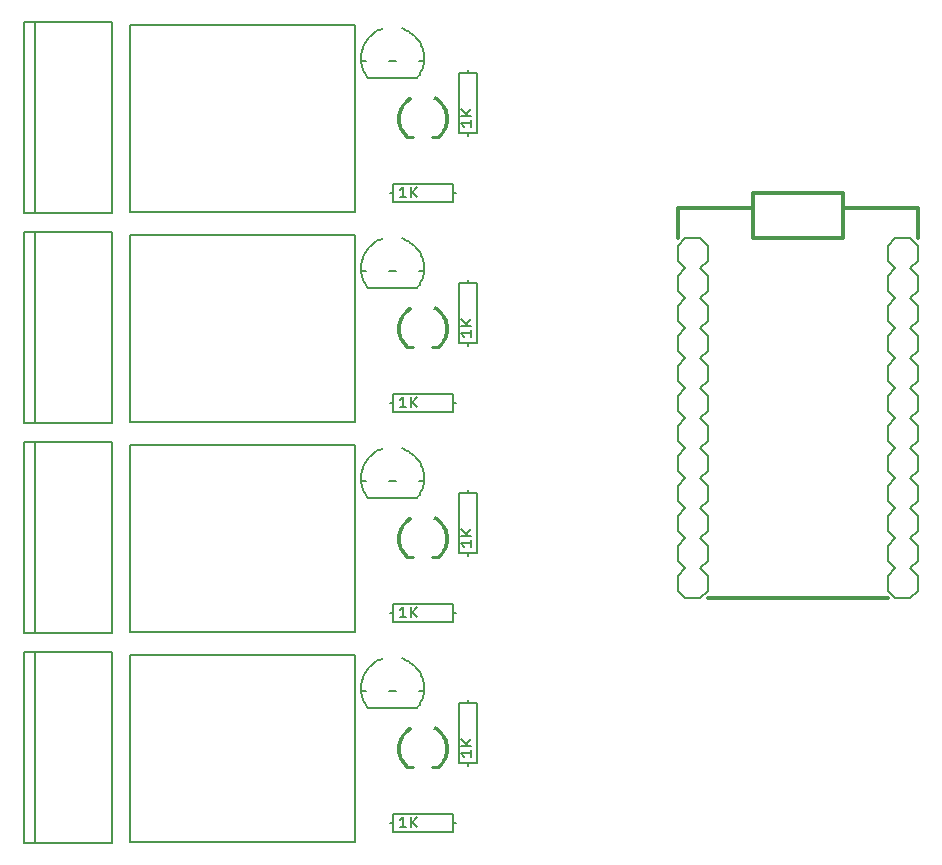
<source format=gto>
G75*
G70*
%OFA0B0*%
%FSLAX24Y24*%
%IPPOS*%
%LPD*%
%AMOC8*
5,1,8,0,0,1.08239X$1,22.5*
%
%ADD10C,0.0080*%
%ADD11C,0.0120*%
%ADD12C,0.0050*%
%ADD13C,0.0010*%
%ADD14C,0.0100*%
%ADD15C,0.0060*%
D10*
X000801Y001103D02*
X000801Y007480D01*
X001194Y007480D01*
X001194Y001103D01*
X000801Y001103D01*
X001194Y001103D02*
X003754Y001103D01*
X003754Y007480D01*
X001194Y007480D01*
X001194Y008103D02*
X000801Y008103D01*
X000801Y014480D01*
X001194Y014480D01*
X001194Y008103D01*
X003754Y008103D01*
X003754Y014480D01*
X001194Y014480D01*
X001194Y015103D02*
X000801Y015103D01*
X000801Y021480D01*
X001194Y021480D01*
X001194Y015103D01*
X003754Y015103D01*
X003754Y021480D01*
X001194Y021480D01*
X001194Y022103D02*
X000801Y022103D01*
X000801Y028480D01*
X001194Y028480D01*
X001194Y022103D01*
X003754Y022103D01*
X003754Y028480D01*
X001194Y028480D01*
X013000Y022760D02*
X013100Y022760D01*
X013100Y023060D01*
X015100Y023060D01*
X015100Y022760D01*
X015200Y022760D01*
X015100Y022760D02*
X015100Y022460D01*
X013100Y022460D01*
X013100Y022760D01*
X015300Y024760D02*
X015600Y024760D01*
X015600Y024660D01*
X015600Y024760D02*
X015900Y024760D01*
X015900Y026760D01*
X015600Y026760D01*
X015600Y026860D01*
X015600Y026760D02*
X015300Y026760D01*
X015300Y024760D01*
X015600Y019860D02*
X015600Y019760D01*
X015900Y019760D01*
X015900Y017760D01*
X015600Y017760D01*
X015600Y017660D01*
X015600Y017760D02*
X015300Y017760D01*
X015300Y019760D01*
X015600Y019760D01*
X015100Y016060D02*
X013100Y016060D01*
X013100Y015760D01*
X013000Y015760D01*
X013100Y015760D02*
X013100Y015460D01*
X015100Y015460D01*
X015100Y015760D01*
X015200Y015760D01*
X015100Y015760D02*
X015100Y016060D01*
X015600Y012860D02*
X015600Y012760D01*
X015900Y012760D01*
X015900Y010760D01*
X015600Y010760D01*
X015600Y010660D01*
X015600Y010760D02*
X015300Y010760D01*
X015300Y012760D01*
X015600Y012760D01*
X015100Y009060D02*
X013100Y009060D01*
X013100Y008760D01*
X013000Y008760D01*
X013100Y008760D02*
X013100Y008460D01*
X015100Y008460D01*
X015100Y008760D01*
X015200Y008760D01*
X015100Y008760D02*
X015100Y009060D01*
X015600Y005860D02*
X015600Y005760D01*
X015900Y005760D01*
X015900Y003760D01*
X015600Y003760D01*
X015600Y003660D01*
X015600Y003760D02*
X015300Y003760D01*
X015300Y005760D01*
X015600Y005760D01*
X015100Y002060D02*
X013100Y002060D01*
X013100Y001760D01*
X013000Y001760D01*
X013100Y001760D02*
X013100Y001460D01*
X015100Y001460D01*
X015100Y001760D01*
X015200Y001760D01*
X015100Y001760D02*
X015100Y002060D01*
X022600Y009510D02*
X022850Y009260D01*
X023350Y009260D01*
X023600Y009510D01*
X023600Y010010D01*
X023350Y010260D01*
X023600Y010510D01*
X023600Y011010D01*
X023350Y011260D01*
X023600Y011510D01*
X023600Y012010D01*
X023350Y012260D01*
X023600Y012510D01*
X023600Y013010D01*
X023350Y013260D01*
X023600Y013510D01*
X023600Y014010D01*
X023350Y014260D01*
X023600Y014510D01*
X023600Y015010D01*
X023350Y015260D01*
X023600Y015510D01*
X023600Y016010D01*
X023350Y016260D01*
X023600Y016510D01*
X023600Y017010D01*
X023350Y017260D01*
X023600Y017510D01*
X023600Y018010D01*
X023350Y018260D01*
X023600Y018510D01*
X023600Y019010D01*
X023350Y019260D01*
X023600Y019510D01*
X023600Y020010D01*
X023350Y020260D01*
X023600Y020510D01*
X023600Y021010D01*
X023350Y021260D01*
X022850Y021260D01*
X022600Y021010D01*
X022600Y020510D01*
X022850Y020260D01*
X022600Y020010D01*
X022600Y019510D01*
X022850Y019260D01*
X022600Y019010D01*
X022600Y018510D01*
X022850Y018260D01*
X022600Y018010D01*
X022600Y017510D01*
X022850Y017260D01*
X022600Y017010D01*
X022600Y016510D01*
X022850Y016260D01*
X022600Y016010D01*
X022600Y015510D01*
X022850Y015260D01*
X022600Y015010D01*
X022600Y014510D01*
X022850Y014260D01*
X022600Y014010D01*
X022600Y013510D01*
X022850Y013260D01*
X022600Y013010D01*
X022600Y012510D01*
X022850Y012260D01*
X022600Y012010D01*
X022600Y011510D01*
X022850Y011260D01*
X022600Y011010D01*
X022600Y010510D01*
X022850Y010260D01*
X022600Y010010D01*
X022600Y009510D01*
X029600Y009510D02*
X029850Y009260D01*
X030350Y009260D01*
X030600Y009510D01*
X030600Y010010D01*
X030350Y010260D01*
X030600Y010510D01*
X030600Y011010D01*
X030350Y011260D01*
X030600Y011510D01*
X030600Y012010D01*
X030350Y012260D01*
X030600Y012510D01*
X030600Y013010D01*
X030350Y013260D01*
X030600Y013510D01*
X030600Y014010D01*
X030350Y014260D01*
X030600Y014510D01*
X030600Y015010D01*
X030350Y015260D01*
X030600Y015510D01*
X030600Y016010D01*
X030350Y016260D01*
X030600Y016510D01*
X030600Y017010D01*
X030350Y017260D01*
X030600Y017510D01*
X030600Y018010D01*
X030350Y018260D01*
X030600Y018510D01*
X030600Y019010D01*
X030350Y019260D01*
X030600Y019510D01*
X030600Y020010D01*
X030350Y020260D01*
X030600Y020510D01*
X030600Y021010D01*
X030350Y021260D01*
X029850Y021260D01*
X029600Y021010D01*
X029600Y020510D01*
X029850Y020260D01*
X029600Y020010D01*
X029600Y019510D01*
X029850Y019260D01*
X029600Y019010D01*
X029600Y018510D01*
X029850Y018260D01*
X029600Y018010D01*
X029600Y017510D01*
X029850Y017260D01*
X029600Y017010D01*
X029600Y016510D01*
X029850Y016260D01*
X029600Y016010D01*
X029600Y015510D01*
X029850Y015260D01*
X029600Y015010D01*
X029600Y014510D01*
X029850Y014260D01*
X029600Y014010D01*
X029600Y013510D01*
X029850Y013260D01*
X029600Y013010D01*
X029600Y012510D01*
X029850Y012260D01*
X029600Y012010D01*
X029600Y011510D01*
X029850Y011260D01*
X029600Y011010D01*
X029600Y010510D01*
X029850Y010260D01*
X029600Y010010D01*
X029600Y009510D01*
D11*
X029600Y009260D02*
X023600Y009260D01*
X022600Y021260D02*
X022600Y022260D01*
X025100Y022260D01*
X025100Y021260D01*
X028100Y021260D01*
X028100Y022260D01*
X030600Y022260D01*
X030600Y021260D01*
X028100Y022260D02*
X028100Y022760D01*
X025100Y022760D01*
X025100Y022260D01*
D12*
X014145Y020160D02*
X013987Y020160D01*
X013925Y019610D02*
X012275Y019610D01*
X012213Y020160D02*
X012055Y020160D01*
X012987Y020160D02*
X013213Y020160D01*
X012275Y019610D02*
X012240Y019658D01*
X012207Y019708D01*
X012176Y019760D01*
X012149Y019814D01*
X012125Y019869D01*
X012105Y019926D01*
X012087Y019983D01*
X012073Y020041D01*
X012062Y020100D01*
X012055Y020160D01*
X012051Y020222D01*
X012050Y020285D01*
X012054Y020347D01*
X012061Y020409D01*
X012071Y020470D01*
X012086Y020531D01*
X012104Y020591D01*
X012125Y020650D01*
X012150Y020707D01*
X012178Y020762D01*
X012209Y020816D01*
X012244Y020868D01*
X012282Y020918D01*
X012322Y020965D01*
X012366Y021010D01*
X012411Y021053D01*
X012460Y021092D01*
X012510Y021129D01*
X012563Y021162D01*
X012617Y021193D01*
X012674Y021220D01*
X012731Y021243D01*
X012790Y021263D01*
X011860Y021370D02*
X004340Y021370D01*
X004340Y015150D01*
X011860Y015150D01*
X011860Y021370D01*
X011860Y022150D02*
X011860Y028370D01*
X004340Y028370D01*
X004340Y022150D01*
X011860Y022150D01*
X013410Y021263D02*
X013470Y021243D01*
X013529Y021219D01*
X013586Y021191D01*
X013641Y021160D01*
X013695Y021125D01*
X013746Y021088D01*
X013795Y021047D01*
X013841Y021003D01*
X013885Y020957D01*
X013926Y020908D01*
X013964Y020857D01*
X013998Y020804D01*
X014030Y020748D01*
X014057Y020691D01*
X014082Y020632D01*
X014102Y020572D01*
X014120Y020511D01*
X014133Y020449D01*
X014142Y020386D01*
X014148Y020323D01*
X014150Y020259D01*
X014148Y020195D01*
X014142Y020132D01*
X014133Y020069D01*
X014119Y020007D01*
X014102Y019946D01*
X014081Y019886D01*
X014057Y019827D01*
X014029Y019770D01*
X013997Y019714D01*
X013962Y019661D01*
X013925Y019610D01*
X011860Y014370D02*
X004340Y014370D01*
X004340Y008150D01*
X011860Y008150D01*
X011860Y014370D01*
X012055Y013160D02*
X012213Y013160D01*
X012275Y012610D02*
X013925Y012610D01*
X013987Y013160D02*
X014145Y013160D01*
X013213Y013160D02*
X012987Y013160D01*
X012275Y012610D02*
X012240Y012658D01*
X012207Y012708D01*
X012176Y012760D01*
X012149Y012814D01*
X012125Y012869D01*
X012105Y012926D01*
X012087Y012983D01*
X012073Y013041D01*
X012062Y013100D01*
X012055Y013160D01*
X012051Y013222D01*
X012050Y013285D01*
X012054Y013347D01*
X012061Y013409D01*
X012071Y013470D01*
X012086Y013531D01*
X012104Y013591D01*
X012125Y013650D01*
X012150Y013707D01*
X012178Y013762D01*
X012209Y013816D01*
X012244Y013868D01*
X012282Y013918D01*
X012322Y013965D01*
X012366Y014010D01*
X012411Y014053D01*
X012460Y014092D01*
X012510Y014129D01*
X012563Y014162D01*
X012617Y014193D01*
X012674Y014220D01*
X012731Y014243D01*
X012790Y014263D01*
X013410Y014263D02*
X013470Y014243D01*
X013529Y014219D01*
X013586Y014191D01*
X013641Y014160D01*
X013695Y014125D01*
X013746Y014088D01*
X013795Y014047D01*
X013841Y014003D01*
X013885Y013957D01*
X013926Y013908D01*
X013964Y013857D01*
X013998Y013804D01*
X014030Y013748D01*
X014057Y013691D01*
X014082Y013632D01*
X014102Y013572D01*
X014120Y013511D01*
X014133Y013449D01*
X014142Y013386D01*
X014148Y013323D01*
X014150Y013259D01*
X014148Y013195D01*
X014142Y013132D01*
X014133Y013069D01*
X014119Y013007D01*
X014102Y012946D01*
X014081Y012886D01*
X014057Y012827D01*
X014029Y012770D01*
X013997Y012714D01*
X013962Y012661D01*
X013925Y012610D01*
X011860Y007370D02*
X004340Y007370D01*
X004340Y001150D01*
X011860Y001150D01*
X011860Y007370D01*
X012055Y006160D02*
X012213Y006160D01*
X012275Y005610D02*
X013925Y005610D01*
X013987Y006160D02*
X014145Y006160D01*
X013213Y006160D02*
X012987Y006160D01*
X012275Y005610D02*
X012240Y005658D01*
X012207Y005708D01*
X012176Y005760D01*
X012149Y005814D01*
X012125Y005869D01*
X012105Y005926D01*
X012087Y005983D01*
X012073Y006041D01*
X012062Y006100D01*
X012055Y006160D01*
X012051Y006222D01*
X012050Y006285D01*
X012054Y006347D01*
X012061Y006409D01*
X012071Y006470D01*
X012086Y006531D01*
X012104Y006591D01*
X012125Y006650D01*
X012150Y006707D01*
X012178Y006762D01*
X012209Y006816D01*
X012244Y006868D01*
X012282Y006918D01*
X012322Y006965D01*
X012366Y007010D01*
X012411Y007053D01*
X012460Y007092D01*
X012510Y007129D01*
X012563Y007162D01*
X012617Y007193D01*
X012674Y007220D01*
X012731Y007243D01*
X012790Y007263D01*
X013410Y007263D02*
X013470Y007243D01*
X013529Y007219D01*
X013586Y007191D01*
X013641Y007160D01*
X013695Y007125D01*
X013746Y007088D01*
X013795Y007047D01*
X013841Y007003D01*
X013885Y006957D01*
X013926Y006908D01*
X013964Y006857D01*
X013998Y006804D01*
X014030Y006748D01*
X014057Y006691D01*
X014082Y006632D01*
X014102Y006572D01*
X014120Y006511D01*
X014133Y006449D01*
X014142Y006386D01*
X014148Y006323D01*
X014150Y006259D01*
X014148Y006195D01*
X014142Y006132D01*
X014133Y006069D01*
X014119Y006007D01*
X014102Y005946D01*
X014081Y005886D01*
X014057Y005827D01*
X014029Y005770D01*
X013997Y005714D01*
X013962Y005661D01*
X013925Y005610D01*
X013925Y026610D02*
X012275Y026610D01*
X012213Y027160D02*
X012055Y027160D01*
X012987Y027160D02*
X013213Y027160D01*
X012275Y026610D02*
X012240Y026658D01*
X012207Y026708D01*
X012176Y026760D01*
X012149Y026814D01*
X012125Y026869D01*
X012105Y026926D01*
X012087Y026983D01*
X012073Y027041D01*
X012062Y027100D01*
X012055Y027160D01*
X012051Y027222D01*
X012050Y027285D01*
X012054Y027347D01*
X012061Y027409D01*
X012071Y027470D01*
X012086Y027531D01*
X012104Y027591D01*
X012125Y027650D01*
X012150Y027707D01*
X012178Y027762D01*
X012209Y027816D01*
X012244Y027868D01*
X012282Y027918D01*
X012322Y027965D01*
X012366Y028010D01*
X012411Y028053D01*
X012460Y028092D01*
X012510Y028129D01*
X012563Y028162D01*
X012617Y028193D01*
X012674Y028220D01*
X012731Y028243D01*
X012790Y028263D01*
X013410Y028263D02*
X013470Y028243D01*
X013529Y028219D01*
X013586Y028191D01*
X013641Y028160D01*
X013695Y028125D01*
X013746Y028088D01*
X013795Y028047D01*
X013841Y028003D01*
X013885Y027957D01*
X013926Y027908D01*
X013964Y027857D01*
X013998Y027804D01*
X014030Y027748D01*
X014057Y027691D01*
X014082Y027632D01*
X014102Y027572D01*
X014120Y027511D01*
X014133Y027449D01*
X014142Y027386D01*
X014148Y027323D01*
X014150Y027259D01*
X014148Y027195D01*
X014142Y027132D01*
X014133Y027069D01*
X014119Y027007D01*
X014102Y026946D01*
X014081Y026886D01*
X014057Y026827D01*
X014029Y026770D01*
X013997Y026714D01*
X013962Y026661D01*
X013925Y026610D01*
X013987Y027160D02*
X014145Y027160D01*
D13*
X013677Y025991D02*
X013722Y025913D01*
X013721Y025913D02*
X013677Y025885D01*
X013635Y025854D01*
X013595Y025821D01*
X013557Y025785D01*
X013522Y025746D01*
X013490Y025705D01*
X013460Y025661D01*
X013434Y025616D01*
X013411Y025569D01*
X013391Y025521D01*
X013375Y025471D01*
X013362Y025421D01*
X013353Y025369D01*
X013347Y025317D01*
X013345Y025265D01*
X013256Y025264D01*
X013255Y025265D01*
X013257Y025320D01*
X013263Y025374D01*
X013272Y025429D01*
X013285Y025482D01*
X013301Y025534D01*
X013320Y025586D01*
X013343Y025636D01*
X013369Y025684D01*
X013398Y025731D01*
X013430Y025775D01*
X013465Y025818D01*
X013503Y025858D01*
X013543Y025895D01*
X013585Y025930D01*
X013630Y025962D01*
X013676Y025991D01*
X013681Y025983D01*
X013635Y025955D01*
X013591Y025923D01*
X013549Y025888D01*
X013509Y025851D01*
X013472Y025812D01*
X013437Y025770D01*
X013406Y025726D01*
X013377Y025680D01*
X013351Y025632D01*
X013329Y025582D01*
X013309Y025532D01*
X013293Y025480D01*
X013281Y025427D01*
X013272Y025373D01*
X013266Y025319D01*
X013264Y025265D01*
X013273Y025265D01*
X013275Y025319D01*
X013281Y025372D01*
X013290Y025425D01*
X013302Y025477D01*
X013318Y025529D01*
X013337Y025579D01*
X013359Y025628D01*
X013385Y025675D01*
X013413Y025721D01*
X013445Y025764D01*
X013479Y025806D01*
X013515Y025845D01*
X013555Y025882D01*
X013596Y025916D01*
X013640Y025947D01*
X013685Y025976D01*
X013690Y025968D01*
X013642Y025938D01*
X013596Y025904D01*
X013553Y025868D01*
X013512Y025828D01*
X013474Y025786D01*
X013439Y025742D01*
X013407Y025695D01*
X013379Y025646D01*
X013354Y025595D01*
X013332Y025542D01*
X013315Y025489D01*
X013301Y025434D01*
X013291Y025378D01*
X013284Y025322D01*
X013282Y025265D01*
X013291Y025265D01*
X013293Y025321D01*
X013299Y025377D01*
X013309Y025432D01*
X013323Y025486D01*
X013341Y025539D01*
X013362Y025591D01*
X013387Y025642D01*
X013415Y025690D01*
X013446Y025736D01*
X013481Y025781D01*
X013518Y025822D01*
X013559Y025861D01*
X013601Y025897D01*
X013647Y025930D01*
X013694Y025960D01*
X013699Y025952D01*
X013652Y025923D01*
X013607Y025890D01*
X013565Y025854D01*
X013525Y025816D01*
X013488Y025775D01*
X013453Y025731D01*
X013422Y025685D01*
X013395Y025637D01*
X013370Y025588D01*
X013349Y025536D01*
X013332Y025484D01*
X013318Y025430D01*
X013308Y025375D01*
X013302Y025320D01*
X013300Y025265D01*
X013309Y025265D01*
X013311Y025320D01*
X013317Y025374D01*
X013327Y025428D01*
X013341Y025481D01*
X013358Y025533D01*
X013378Y025584D01*
X013403Y025633D01*
X013430Y025680D01*
X013461Y025726D01*
X013494Y025769D01*
X013531Y025810D01*
X013571Y025848D01*
X013613Y025883D01*
X013657Y025915D01*
X013703Y025944D01*
X013708Y025936D01*
X013662Y025908D01*
X013618Y025876D01*
X013577Y025841D01*
X013538Y025803D01*
X013501Y025763D01*
X013468Y025721D01*
X013438Y025676D01*
X013410Y025629D01*
X013387Y025580D01*
X013366Y025530D01*
X013349Y025479D01*
X013336Y025426D01*
X013326Y025373D01*
X013320Y025319D01*
X013318Y025265D01*
X013327Y025265D01*
X013329Y025318D01*
X013335Y025372D01*
X013345Y025424D01*
X013358Y025476D01*
X013375Y025527D01*
X013395Y025577D01*
X013418Y025625D01*
X013445Y025671D01*
X013475Y025715D01*
X013508Y025757D01*
X013544Y025797D01*
X013583Y025834D01*
X013624Y025869D01*
X013667Y025900D01*
X013712Y025929D01*
X013717Y025921D01*
X013672Y025893D01*
X013629Y025862D01*
X013589Y025828D01*
X013551Y025791D01*
X013515Y025752D01*
X013483Y025710D01*
X013453Y025666D01*
X013426Y025620D01*
X013403Y025573D01*
X013383Y025524D01*
X013366Y025474D01*
X013353Y025422D01*
X013344Y025370D01*
X013338Y025318D01*
X013336Y025265D01*
X014944Y025265D02*
X014854Y025265D01*
X014855Y025265D02*
X014853Y025319D01*
X014847Y025372D01*
X014837Y025425D01*
X014823Y025477D01*
X014806Y025528D01*
X014785Y025577D01*
X014761Y025625D01*
X014733Y025671D01*
X014702Y025715D01*
X014668Y025757D01*
X014632Y025796D01*
X014592Y025833D01*
X014550Y025866D01*
X014506Y025897D01*
X014460Y025924D01*
X014502Y026003D01*
X014551Y025975D01*
X014597Y025943D01*
X014642Y025908D01*
X014684Y025871D01*
X014724Y025830D01*
X014760Y025787D01*
X014794Y025742D01*
X014825Y025695D01*
X014852Y025645D01*
X014876Y025594D01*
X014897Y025542D01*
X014914Y025488D01*
X014927Y025433D01*
X014937Y025378D01*
X014943Y025321D01*
X014945Y025265D01*
X014936Y025265D01*
X014934Y025321D01*
X014928Y025376D01*
X014918Y025431D01*
X014905Y025486D01*
X014888Y025539D01*
X014868Y025591D01*
X014844Y025641D01*
X014817Y025690D01*
X014787Y025737D01*
X014753Y025782D01*
X014717Y025824D01*
X014678Y025864D01*
X014636Y025901D01*
X014592Y025936D01*
X014546Y025967D01*
X014498Y025995D01*
X014494Y025987D01*
X014541Y025959D01*
X014587Y025928D01*
X014630Y025894D01*
X014672Y025858D01*
X014710Y025818D01*
X014746Y025776D01*
X014779Y025732D01*
X014809Y025686D01*
X014836Y025637D01*
X014859Y025587D01*
X014880Y025536D01*
X014896Y025483D01*
X014909Y025430D01*
X014919Y025375D01*
X014925Y025320D01*
X014927Y025265D01*
X014918Y025265D01*
X014916Y025320D01*
X014910Y025374D01*
X014901Y025428D01*
X014888Y025481D01*
X014871Y025533D01*
X014851Y025584D01*
X014828Y025633D01*
X014801Y025681D01*
X014772Y025727D01*
X014739Y025771D01*
X014704Y025812D01*
X014665Y025851D01*
X014625Y025888D01*
X014582Y025921D01*
X014536Y025952D01*
X014489Y025979D01*
X014485Y025971D01*
X014532Y025944D01*
X014576Y025914D01*
X014619Y025881D01*
X014659Y025845D01*
X014697Y025806D01*
X014732Y025765D01*
X014764Y025722D01*
X014794Y025676D01*
X014820Y025629D01*
X014843Y025580D01*
X014863Y025530D01*
X014879Y025478D01*
X014892Y025426D01*
X014901Y025373D01*
X014907Y025319D01*
X014909Y025265D01*
X014900Y025265D01*
X014898Y025318D01*
X014892Y025371D01*
X014883Y025424D01*
X014870Y025476D01*
X014854Y025527D01*
X014835Y025577D01*
X014812Y025625D01*
X014786Y025672D01*
X014757Y025716D01*
X014725Y025759D01*
X014690Y025800D01*
X014653Y025838D01*
X014613Y025874D01*
X014571Y025907D01*
X014527Y025937D01*
X014481Y025964D01*
X014477Y025956D01*
X014522Y025929D01*
X014566Y025899D01*
X014607Y025867D01*
X014647Y025832D01*
X014684Y025794D01*
X014718Y025754D01*
X014750Y025711D01*
X014778Y025667D01*
X014804Y025621D01*
X014826Y025573D01*
X014846Y025524D01*
X014862Y025474D01*
X014874Y025422D01*
X014883Y025370D01*
X014889Y025318D01*
X014891Y025265D01*
X014882Y025265D01*
X014880Y025321D01*
X014873Y025376D01*
X014863Y025431D01*
X014849Y025485D01*
X014831Y025537D01*
X014810Y025589D01*
X014784Y025638D01*
X014756Y025686D01*
X014724Y025732D01*
X014689Y025775D01*
X014651Y025815D01*
X014610Y025853D01*
X014566Y025888D01*
X014520Y025919D01*
X014472Y025948D01*
X014468Y025940D01*
X014516Y025912D01*
X014561Y025881D01*
X014604Y025846D01*
X014644Y025809D01*
X014682Y025769D01*
X014717Y025726D01*
X014748Y025681D01*
X014777Y025634D01*
X014801Y025585D01*
X014823Y025534D01*
X014840Y025482D01*
X014854Y025429D01*
X014864Y025375D01*
X014871Y025320D01*
X014873Y025265D01*
X014864Y025265D01*
X014862Y025319D01*
X014856Y025373D01*
X014846Y025427D01*
X014832Y025479D01*
X014814Y025531D01*
X014793Y025581D01*
X014769Y025630D01*
X014741Y025676D01*
X014709Y025721D01*
X014675Y025763D01*
X014638Y025802D01*
X014598Y025839D01*
X014556Y025873D01*
X014511Y025904D01*
X014464Y025932D01*
X014644Y024615D02*
X014587Y024684D01*
X014587Y024683D02*
X014627Y024720D01*
X014665Y024759D01*
X014699Y024801D01*
X014731Y024845D01*
X014759Y024891D01*
X014784Y024940D01*
X014805Y024990D01*
X014823Y025041D01*
X014836Y025094D01*
X014846Y025147D01*
X014853Y025201D01*
X014855Y025255D01*
X014944Y025256D01*
X014945Y025255D01*
X014943Y025199D01*
X014937Y025143D01*
X014927Y025088D01*
X014914Y025033D01*
X014897Y024980D01*
X014877Y024927D01*
X014853Y024876D01*
X014826Y024827D01*
X014795Y024780D01*
X014762Y024735D01*
X014726Y024692D01*
X014687Y024652D01*
X014645Y024614D01*
X014639Y024621D01*
X014680Y024658D01*
X014719Y024698D01*
X014755Y024740D01*
X014788Y024785D01*
X014818Y024832D01*
X014845Y024880D01*
X014868Y024931D01*
X014889Y024983D01*
X014905Y025036D01*
X014918Y025090D01*
X014928Y025144D01*
X014934Y025199D01*
X014936Y025255D01*
X014927Y025255D01*
X014925Y025200D01*
X014919Y025145D01*
X014910Y025091D01*
X014897Y025038D01*
X014880Y024986D01*
X014860Y024934D01*
X014837Y024885D01*
X014810Y024836D01*
X014781Y024790D01*
X014748Y024746D01*
X014712Y024704D01*
X014674Y024665D01*
X014633Y024628D01*
X014628Y024635D01*
X014668Y024671D01*
X014706Y024710D01*
X014741Y024752D01*
X014773Y024795D01*
X014803Y024841D01*
X014829Y024889D01*
X014852Y024938D01*
X014872Y024988D01*
X014888Y025040D01*
X014901Y025093D01*
X014910Y025147D01*
X014916Y025201D01*
X014918Y025255D01*
X014909Y025255D01*
X014907Y025201D01*
X014901Y025148D01*
X014892Y025095D01*
X014879Y025043D01*
X014863Y024991D01*
X014844Y024941D01*
X014821Y024893D01*
X014795Y024846D01*
X014766Y024800D01*
X014734Y024757D01*
X014699Y024716D01*
X014662Y024678D01*
X014622Y024642D01*
X014616Y024649D01*
X014655Y024684D01*
X014692Y024722D01*
X014727Y024763D01*
X014758Y024806D01*
X014787Y024850D01*
X014813Y024897D01*
X014835Y024945D01*
X014855Y024994D01*
X014871Y025045D01*
X014883Y025097D01*
X014892Y025149D01*
X014898Y025202D01*
X014900Y025255D01*
X014891Y025255D01*
X014889Y025203D01*
X014883Y025150D01*
X014874Y025099D01*
X014862Y025048D01*
X014846Y024997D01*
X014827Y024948D01*
X014805Y024901D01*
X014779Y024855D01*
X014751Y024811D01*
X014720Y024769D01*
X014686Y024728D01*
X014649Y024691D01*
X014610Y024656D01*
X014604Y024662D01*
X014643Y024697D01*
X014679Y024735D01*
X014713Y024774D01*
X014744Y024816D01*
X014772Y024860D01*
X014797Y024905D01*
X014819Y024952D01*
X014838Y025000D01*
X014853Y025050D01*
X014866Y025100D01*
X014874Y025152D01*
X014880Y025203D01*
X014882Y025255D01*
X014873Y025255D01*
X014871Y025204D01*
X014866Y025153D01*
X014857Y025102D01*
X014845Y025052D01*
X014829Y025003D01*
X014811Y024956D01*
X014789Y024909D01*
X014764Y024864D01*
X014736Y024821D01*
X014706Y024780D01*
X014673Y024741D01*
X014637Y024704D01*
X014599Y024669D01*
X014593Y024676D01*
X014634Y024713D01*
X014672Y024753D01*
X014706Y024795D01*
X014738Y024840D01*
X014767Y024887D01*
X014792Y024936D01*
X014813Y024987D01*
X014831Y025038D01*
X014845Y025092D01*
X014855Y025146D01*
X014862Y025200D01*
X014864Y025255D01*
X013256Y025256D02*
X013346Y025256D01*
X013345Y025255D02*
X013347Y025201D01*
X013353Y025148D01*
X013363Y025095D01*
X013377Y025043D01*
X013394Y024992D01*
X013415Y024942D01*
X013439Y024894D01*
X013467Y024848D01*
X013498Y024804D01*
X013532Y024763D01*
X013569Y024723D01*
X013608Y024687D01*
X013551Y024619D01*
X013550Y024618D01*
X013509Y024656D01*
X013471Y024696D01*
X013435Y024739D01*
X013402Y024784D01*
X013372Y024831D01*
X013346Y024879D01*
X013322Y024930D01*
X013302Y024982D01*
X013286Y025035D01*
X013272Y025089D01*
X013263Y025144D01*
X013257Y025199D01*
X013255Y025255D01*
X013264Y025255D01*
X013266Y025200D01*
X013272Y025145D01*
X013281Y025091D01*
X013294Y025037D01*
X013311Y024985D01*
X013330Y024933D01*
X013354Y024883D01*
X013380Y024835D01*
X013410Y024789D01*
X013442Y024744D01*
X013477Y024702D01*
X013516Y024662D01*
X013556Y024625D01*
X013562Y024632D01*
X013522Y024669D01*
X013484Y024708D01*
X013449Y024750D01*
X013417Y024794D01*
X013388Y024840D01*
X013362Y024888D01*
X013339Y024937D01*
X013319Y024988D01*
X013303Y025040D01*
X013290Y025093D01*
X013281Y025146D01*
X013275Y025201D01*
X013273Y025255D01*
X013282Y025255D01*
X013284Y025201D01*
X013290Y025148D01*
X013299Y025095D01*
X013312Y025042D01*
X013328Y024991D01*
X013347Y024940D01*
X013370Y024892D01*
X013395Y024844D01*
X013424Y024799D01*
X013456Y024755D01*
X013491Y024714D01*
X013528Y024675D01*
X013568Y024639D01*
X013574Y024646D01*
X013534Y024682D01*
X013497Y024720D01*
X013463Y024761D01*
X013432Y024804D01*
X013403Y024849D01*
X013378Y024896D01*
X013355Y024944D01*
X013336Y024994D01*
X013320Y025045D01*
X013308Y025096D01*
X013299Y025149D01*
X013293Y025202D01*
X013291Y025255D01*
X013300Y025255D01*
X013302Y025202D01*
X013308Y025150D01*
X013317Y025098D01*
X013329Y025047D01*
X013345Y024997D01*
X013364Y024947D01*
X013386Y024900D01*
X013411Y024853D01*
X013439Y024809D01*
X013470Y024767D01*
X013504Y024726D01*
X013541Y024688D01*
X013579Y024653D01*
X013585Y024659D01*
X013547Y024695D01*
X013511Y024732D01*
X013477Y024772D01*
X013447Y024814D01*
X013419Y024858D01*
X013394Y024904D01*
X013372Y024951D01*
X013353Y025000D01*
X013338Y025049D01*
X013325Y025100D01*
X013317Y025151D01*
X013311Y025203D01*
X013309Y025255D01*
X013318Y025255D01*
X013320Y025199D01*
X013327Y025144D01*
X013337Y025089D01*
X013351Y025035D01*
X013369Y024982D01*
X013391Y024931D01*
X013416Y024881D01*
X013445Y024833D01*
X013477Y024788D01*
X013512Y024745D01*
X013550Y024704D01*
X013591Y024666D01*
X013597Y024673D01*
X013556Y024710D01*
X013519Y024751D01*
X013484Y024793D01*
X013452Y024838D01*
X013424Y024886D01*
X013399Y024935D01*
X013377Y024986D01*
X013360Y025038D01*
X013346Y025091D01*
X013336Y025145D01*
X013329Y025200D01*
X013327Y025255D01*
X013336Y025255D01*
X013338Y025201D01*
X013344Y025147D01*
X013354Y025093D01*
X013368Y025040D01*
X013386Y024989D01*
X013407Y024939D01*
X013432Y024890D01*
X013460Y024843D01*
X013491Y024799D01*
X013525Y024757D01*
X013563Y024717D01*
X013603Y024680D01*
X013677Y018991D02*
X013722Y018913D01*
X013721Y018913D02*
X013677Y018885D01*
X013635Y018854D01*
X013595Y018821D01*
X013557Y018785D01*
X013522Y018746D01*
X013490Y018705D01*
X013460Y018661D01*
X013434Y018616D01*
X013411Y018569D01*
X013391Y018521D01*
X013375Y018471D01*
X013362Y018421D01*
X013353Y018369D01*
X013347Y018317D01*
X013345Y018265D01*
X013256Y018264D01*
X013255Y018265D01*
X013257Y018320D01*
X013263Y018374D01*
X013272Y018429D01*
X013285Y018482D01*
X013301Y018534D01*
X013320Y018586D01*
X013343Y018636D01*
X013369Y018684D01*
X013398Y018731D01*
X013430Y018775D01*
X013465Y018818D01*
X013503Y018858D01*
X013543Y018895D01*
X013585Y018930D01*
X013630Y018962D01*
X013676Y018991D01*
X013681Y018983D01*
X013635Y018955D01*
X013591Y018923D01*
X013549Y018888D01*
X013509Y018851D01*
X013472Y018812D01*
X013437Y018770D01*
X013406Y018726D01*
X013377Y018680D01*
X013351Y018632D01*
X013329Y018582D01*
X013309Y018532D01*
X013293Y018480D01*
X013281Y018427D01*
X013272Y018373D01*
X013266Y018319D01*
X013264Y018265D01*
X013273Y018265D01*
X013275Y018319D01*
X013281Y018372D01*
X013290Y018425D01*
X013302Y018477D01*
X013318Y018529D01*
X013337Y018579D01*
X013359Y018628D01*
X013385Y018675D01*
X013413Y018721D01*
X013445Y018764D01*
X013479Y018806D01*
X013515Y018845D01*
X013555Y018882D01*
X013596Y018916D01*
X013640Y018947D01*
X013685Y018976D01*
X013690Y018968D01*
X013642Y018938D01*
X013596Y018904D01*
X013553Y018868D01*
X013512Y018828D01*
X013474Y018786D01*
X013439Y018742D01*
X013407Y018695D01*
X013379Y018646D01*
X013354Y018595D01*
X013332Y018542D01*
X013315Y018489D01*
X013301Y018434D01*
X013291Y018378D01*
X013284Y018322D01*
X013282Y018265D01*
X013291Y018265D01*
X013293Y018321D01*
X013299Y018377D01*
X013309Y018432D01*
X013323Y018486D01*
X013341Y018539D01*
X013362Y018591D01*
X013387Y018642D01*
X013415Y018690D01*
X013446Y018736D01*
X013481Y018781D01*
X013518Y018822D01*
X013559Y018861D01*
X013601Y018897D01*
X013647Y018930D01*
X013694Y018960D01*
X013699Y018952D01*
X013652Y018923D01*
X013607Y018890D01*
X013565Y018854D01*
X013525Y018816D01*
X013488Y018775D01*
X013453Y018731D01*
X013422Y018685D01*
X013395Y018637D01*
X013370Y018588D01*
X013349Y018536D01*
X013332Y018484D01*
X013318Y018430D01*
X013308Y018375D01*
X013302Y018320D01*
X013300Y018265D01*
X013309Y018265D01*
X013311Y018320D01*
X013317Y018374D01*
X013327Y018428D01*
X013341Y018481D01*
X013358Y018533D01*
X013378Y018584D01*
X013403Y018633D01*
X013430Y018680D01*
X013461Y018726D01*
X013494Y018769D01*
X013531Y018810D01*
X013571Y018848D01*
X013613Y018883D01*
X013657Y018915D01*
X013703Y018944D01*
X013708Y018936D01*
X013662Y018908D01*
X013618Y018876D01*
X013577Y018841D01*
X013538Y018803D01*
X013501Y018763D01*
X013468Y018721D01*
X013438Y018676D01*
X013410Y018629D01*
X013387Y018580D01*
X013366Y018530D01*
X013349Y018479D01*
X013336Y018426D01*
X013326Y018373D01*
X013320Y018319D01*
X013318Y018265D01*
X013327Y018265D01*
X013329Y018318D01*
X013335Y018372D01*
X013345Y018424D01*
X013358Y018476D01*
X013375Y018527D01*
X013395Y018577D01*
X013418Y018625D01*
X013445Y018671D01*
X013475Y018715D01*
X013508Y018757D01*
X013544Y018797D01*
X013583Y018834D01*
X013624Y018869D01*
X013667Y018900D01*
X013712Y018929D01*
X013717Y018921D01*
X013672Y018893D01*
X013629Y018862D01*
X013589Y018828D01*
X013551Y018791D01*
X013515Y018752D01*
X013483Y018710D01*
X013453Y018666D01*
X013426Y018620D01*
X013403Y018573D01*
X013383Y018524D01*
X013366Y018474D01*
X013353Y018422D01*
X013344Y018370D01*
X013338Y018318D01*
X013336Y018265D01*
X014944Y018265D02*
X014854Y018265D01*
X014855Y018265D02*
X014853Y018319D01*
X014847Y018372D01*
X014837Y018425D01*
X014823Y018477D01*
X014806Y018528D01*
X014785Y018577D01*
X014761Y018625D01*
X014733Y018671D01*
X014702Y018715D01*
X014668Y018757D01*
X014632Y018796D01*
X014592Y018833D01*
X014550Y018866D01*
X014506Y018897D01*
X014460Y018924D01*
X014502Y019003D01*
X014551Y018975D01*
X014597Y018943D01*
X014642Y018908D01*
X014684Y018871D01*
X014724Y018830D01*
X014760Y018787D01*
X014794Y018742D01*
X014825Y018695D01*
X014852Y018645D01*
X014876Y018594D01*
X014897Y018542D01*
X014914Y018488D01*
X014927Y018433D01*
X014937Y018378D01*
X014943Y018321D01*
X014945Y018265D01*
X014936Y018265D01*
X014934Y018321D01*
X014928Y018376D01*
X014918Y018431D01*
X014905Y018486D01*
X014888Y018539D01*
X014868Y018591D01*
X014844Y018641D01*
X014817Y018690D01*
X014787Y018737D01*
X014753Y018782D01*
X014717Y018824D01*
X014678Y018864D01*
X014636Y018901D01*
X014592Y018936D01*
X014546Y018967D01*
X014498Y018995D01*
X014494Y018987D01*
X014541Y018959D01*
X014587Y018928D01*
X014630Y018894D01*
X014672Y018858D01*
X014710Y018818D01*
X014746Y018776D01*
X014779Y018732D01*
X014809Y018686D01*
X014836Y018637D01*
X014859Y018587D01*
X014880Y018536D01*
X014896Y018483D01*
X014909Y018430D01*
X014919Y018375D01*
X014925Y018320D01*
X014927Y018265D01*
X014918Y018265D01*
X014916Y018320D01*
X014910Y018374D01*
X014901Y018428D01*
X014888Y018481D01*
X014871Y018533D01*
X014851Y018584D01*
X014828Y018633D01*
X014801Y018681D01*
X014772Y018727D01*
X014739Y018771D01*
X014704Y018812D01*
X014665Y018851D01*
X014625Y018888D01*
X014582Y018921D01*
X014536Y018952D01*
X014489Y018979D01*
X014485Y018971D01*
X014532Y018944D01*
X014576Y018914D01*
X014619Y018881D01*
X014659Y018845D01*
X014697Y018806D01*
X014732Y018765D01*
X014764Y018722D01*
X014794Y018676D01*
X014820Y018629D01*
X014843Y018580D01*
X014863Y018530D01*
X014879Y018478D01*
X014892Y018426D01*
X014901Y018373D01*
X014907Y018319D01*
X014909Y018265D01*
X014900Y018265D01*
X014898Y018318D01*
X014892Y018371D01*
X014883Y018424D01*
X014870Y018476D01*
X014854Y018527D01*
X014835Y018577D01*
X014812Y018625D01*
X014786Y018672D01*
X014757Y018716D01*
X014725Y018759D01*
X014690Y018800D01*
X014653Y018838D01*
X014613Y018874D01*
X014571Y018907D01*
X014527Y018937D01*
X014481Y018964D01*
X014477Y018956D01*
X014522Y018929D01*
X014566Y018899D01*
X014607Y018867D01*
X014647Y018832D01*
X014684Y018794D01*
X014718Y018754D01*
X014750Y018711D01*
X014778Y018667D01*
X014804Y018621D01*
X014826Y018573D01*
X014846Y018524D01*
X014862Y018474D01*
X014874Y018422D01*
X014883Y018370D01*
X014889Y018318D01*
X014891Y018265D01*
X014882Y018265D01*
X014880Y018321D01*
X014873Y018376D01*
X014863Y018431D01*
X014849Y018485D01*
X014831Y018537D01*
X014810Y018589D01*
X014784Y018638D01*
X014756Y018686D01*
X014724Y018732D01*
X014689Y018775D01*
X014651Y018815D01*
X014610Y018853D01*
X014566Y018888D01*
X014520Y018919D01*
X014472Y018948D01*
X014468Y018940D01*
X014516Y018912D01*
X014561Y018881D01*
X014604Y018846D01*
X014644Y018809D01*
X014682Y018769D01*
X014717Y018726D01*
X014748Y018681D01*
X014777Y018634D01*
X014801Y018585D01*
X014823Y018534D01*
X014840Y018482D01*
X014854Y018429D01*
X014864Y018375D01*
X014871Y018320D01*
X014873Y018265D01*
X014864Y018265D01*
X014862Y018319D01*
X014856Y018373D01*
X014846Y018427D01*
X014832Y018479D01*
X014814Y018531D01*
X014793Y018581D01*
X014769Y018630D01*
X014741Y018676D01*
X014709Y018721D01*
X014675Y018763D01*
X014638Y018802D01*
X014598Y018839D01*
X014556Y018873D01*
X014511Y018904D01*
X014464Y018932D01*
X014644Y017615D02*
X014587Y017684D01*
X014587Y017683D02*
X014627Y017720D01*
X014665Y017759D01*
X014699Y017801D01*
X014731Y017845D01*
X014759Y017891D01*
X014784Y017940D01*
X014805Y017990D01*
X014823Y018041D01*
X014836Y018094D01*
X014846Y018147D01*
X014853Y018201D01*
X014855Y018255D01*
X014944Y018256D01*
X014945Y018255D01*
X014943Y018199D01*
X014937Y018143D01*
X014927Y018088D01*
X014914Y018033D01*
X014897Y017980D01*
X014877Y017927D01*
X014853Y017876D01*
X014826Y017827D01*
X014795Y017780D01*
X014762Y017735D01*
X014726Y017692D01*
X014687Y017652D01*
X014645Y017614D01*
X014639Y017621D01*
X014680Y017658D01*
X014719Y017698D01*
X014755Y017740D01*
X014788Y017785D01*
X014818Y017832D01*
X014845Y017880D01*
X014868Y017931D01*
X014889Y017983D01*
X014905Y018036D01*
X014918Y018090D01*
X014928Y018144D01*
X014934Y018199D01*
X014936Y018255D01*
X014927Y018255D01*
X014925Y018200D01*
X014919Y018145D01*
X014910Y018091D01*
X014897Y018038D01*
X014880Y017986D01*
X014860Y017934D01*
X014837Y017885D01*
X014810Y017836D01*
X014781Y017790D01*
X014748Y017746D01*
X014712Y017704D01*
X014674Y017665D01*
X014633Y017628D01*
X014628Y017635D01*
X014668Y017671D01*
X014706Y017710D01*
X014741Y017752D01*
X014773Y017795D01*
X014803Y017841D01*
X014829Y017889D01*
X014852Y017938D01*
X014872Y017988D01*
X014888Y018040D01*
X014901Y018093D01*
X014910Y018147D01*
X014916Y018201D01*
X014918Y018255D01*
X014909Y018255D01*
X014907Y018201D01*
X014901Y018148D01*
X014892Y018095D01*
X014879Y018043D01*
X014863Y017991D01*
X014844Y017941D01*
X014821Y017893D01*
X014795Y017846D01*
X014766Y017800D01*
X014734Y017757D01*
X014699Y017716D01*
X014662Y017678D01*
X014622Y017642D01*
X014616Y017649D01*
X014655Y017684D01*
X014692Y017722D01*
X014727Y017763D01*
X014758Y017806D01*
X014787Y017850D01*
X014813Y017897D01*
X014835Y017945D01*
X014855Y017994D01*
X014871Y018045D01*
X014883Y018097D01*
X014892Y018149D01*
X014898Y018202D01*
X014900Y018255D01*
X014891Y018255D01*
X014889Y018203D01*
X014883Y018150D01*
X014874Y018099D01*
X014862Y018048D01*
X014846Y017997D01*
X014827Y017948D01*
X014805Y017901D01*
X014779Y017855D01*
X014751Y017811D01*
X014720Y017769D01*
X014686Y017728D01*
X014649Y017691D01*
X014610Y017656D01*
X014604Y017662D01*
X014643Y017697D01*
X014679Y017735D01*
X014713Y017774D01*
X014744Y017816D01*
X014772Y017860D01*
X014797Y017905D01*
X014819Y017952D01*
X014838Y018000D01*
X014853Y018050D01*
X014866Y018100D01*
X014874Y018152D01*
X014880Y018203D01*
X014882Y018255D01*
X014873Y018255D01*
X014871Y018204D01*
X014866Y018153D01*
X014857Y018102D01*
X014845Y018052D01*
X014829Y018003D01*
X014811Y017956D01*
X014789Y017909D01*
X014764Y017864D01*
X014736Y017821D01*
X014706Y017780D01*
X014673Y017741D01*
X014637Y017704D01*
X014599Y017669D01*
X014593Y017676D01*
X014634Y017713D01*
X014672Y017753D01*
X014706Y017795D01*
X014738Y017840D01*
X014767Y017887D01*
X014792Y017936D01*
X014813Y017987D01*
X014831Y018038D01*
X014845Y018092D01*
X014855Y018146D01*
X014862Y018200D01*
X014864Y018255D01*
X013256Y018256D02*
X013346Y018256D01*
X013345Y018255D02*
X013347Y018201D01*
X013353Y018148D01*
X013363Y018095D01*
X013377Y018043D01*
X013394Y017992D01*
X013415Y017942D01*
X013439Y017894D01*
X013467Y017848D01*
X013498Y017804D01*
X013532Y017763D01*
X013569Y017723D01*
X013608Y017687D01*
X013551Y017619D01*
X013550Y017618D01*
X013509Y017656D01*
X013471Y017696D01*
X013435Y017739D01*
X013402Y017784D01*
X013372Y017831D01*
X013346Y017879D01*
X013322Y017930D01*
X013302Y017982D01*
X013286Y018035D01*
X013272Y018089D01*
X013263Y018144D01*
X013257Y018199D01*
X013255Y018255D01*
X013264Y018255D01*
X013266Y018200D01*
X013272Y018145D01*
X013281Y018091D01*
X013294Y018037D01*
X013311Y017985D01*
X013330Y017933D01*
X013354Y017883D01*
X013380Y017835D01*
X013410Y017789D01*
X013442Y017744D01*
X013477Y017702D01*
X013516Y017662D01*
X013556Y017625D01*
X013562Y017632D01*
X013522Y017669D01*
X013484Y017708D01*
X013449Y017750D01*
X013417Y017794D01*
X013388Y017840D01*
X013362Y017888D01*
X013339Y017937D01*
X013319Y017988D01*
X013303Y018040D01*
X013290Y018093D01*
X013281Y018146D01*
X013275Y018201D01*
X013273Y018255D01*
X013282Y018255D01*
X013284Y018201D01*
X013290Y018148D01*
X013299Y018095D01*
X013312Y018042D01*
X013328Y017991D01*
X013347Y017940D01*
X013370Y017892D01*
X013395Y017844D01*
X013424Y017799D01*
X013456Y017755D01*
X013491Y017714D01*
X013528Y017675D01*
X013568Y017639D01*
X013574Y017646D01*
X013534Y017682D01*
X013497Y017720D01*
X013463Y017761D01*
X013432Y017804D01*
X013403Y017849D01*
X013378Y017896D01*
X013355Y017944D01*
X013336Y017994D01*
X013320Y018045D01*
X013308Y018096D01*
X013299Y018149D01*
X013293Y018202D01*
X013291Y018255D01*
X013300Y018255D01*
X013302Y018202D01*
X013308Y018150D01*
X013317Y018098D01*
X013329Y018047D01*
X013345Y017997D01*
X013364Y017947D01*
X013386Y017900D01*
X013411Y017853D01*
X013439Y017809D01*
X013470Y017767D01*
X013504Y017726D01*
X013541Y017688D01*
X013579Y017653D01*
X013585Y017659D01*
X013547Y017695D01*
X013511Y017732D01*
X013477Y017772D01*
X013447Y017814D01*
X013419Y017858D01*
X013394Y017904D01*
X013372Y017951D01*
X013353Y018000D01*
X013338Y018049D01*
X013325Y018100D01*
X013317Y018151D01*
X013311Y018203D01*
X013309Y018255D01*
X013318Y018255D01*
X013320Y018199D01*
X013327Y018144D01*
X013337Y018089D01*
X013351Y018035D01*
X013369Y017982D01*
X013391Y017931D01*
X013416Y017881D01*
X013445Y017833D01*
X013477Y017788D01*
X013512Y017745D01*
X013550Y017704D01*
X013591Y017666D01*
X013597Y017673D01*
X013556Y017710D01*
X013519Y017751D01*
X013484Y017793D01*
X013452Y017838D01*
X013424Y017886D01*
X013399Y017935D01*
X013377Y017986D01*
X013360Y018038D01*
X013346Y018091D01*
X013336Y018145D01*
X013329Y018200D01*
X013327Y018255D01*
X013336Y018255D01*
X013338Y018201D01*
X013344Y018147D01*
X013354Y018093D01*
X013368Y018040D01*
X013386Y017989D01*
X013407Y017939D01*
X013432Y017890D01*
X013460Y017843D01*
X013491Y017799D01*
X013525Y017757D01*
X013563Y017717D01*
X013603Y017680D01*
X013677Y011991D02*
X013722Y011913D01*
X013721Y011913D02*
X013677Y011885D01*
X013635Y011854D01*
X013595Y011821D01*
X013557Y011785D01*
X013522Y011746D01*
X013490Y011705D01*
X013460Y011661D01*
X013434Y011616D01*
X013411Y011569D01*
X013391Y011521D01*
X013375Y011471D01*
X013362Y011421D01*
X013353Y011369D01*
X013347Y011317D01*
X013345Y011265D01*
X013256Y011264D01*
X013255Y011265D01*
X013257Y011320D01*
X013263Y011374D01*
X013272Y011429D01*
X013285Y011482D01*
X013301Y011534D01*
X013320Y011586D01*
X013343Y011636D01*
X013369Y011684D01*
X013398Y011731D01*
X013430Y011775D01*
X013465Y011818D01*
X013503Y011858D01*
X013543Y011895D01*
X013585Y011930D01*
X013630Y011962D01*
X013676Y011991D01*
X013681Y011983D01*
X013635Y011955D01*
X013591Y011923D01*
X013549Y011888D01*
X013509Y011851D01*
X013472Y011812D01*
X013437Y011770D01*
X013406Y011726D01*
X013377Y011680D01*
X013351Y011632D01*
X013329Y011582D01*
X013309Y011532D01*
X013293Y011480D01*
X013281Y011427D01*
X013272Y011373D01*
X013266Y011319D01*
X013264Y011265D01*
X013273Y011265D01*
X013275Y011319D01*
X013281Y011372D01*
X013290Y011425D01*
X013302Y011477D01*
X013318Y011529D01*
X013337Y011579D01*
X013359Y011628D01*
X013385Y011675D01*
X013413Y011721D01*
X013445Y011764D01*
X013479Y011806D01*
X013515Y011845D01*
X013555Y011882D01*
X013596Y011916D01*
X013640Y011947D01*
X013685Y011976D01*
X013690Y011968D01*
X013642Y011938D01*
X013596Y011904D01*
X013553Y011868D01*
X013512Y011828D01*
X013474Y011786D01*
X013439Y011742D01*
X013407Y011695D01*
X013379Y011646D01*
X013354Y011595D01*
X013332Y011542D01*
X013315Y011489D01*
X013301Y011434D01*
X013291Y011378D01*
X013284Y011322D01*
X013282Y011265D01*
X013291Y011265D01*
X013293Y011321D01*
X013299Y011377D01*
X013309Y011432D01*
X013323Y011486D01*
X013341Y011539D01*
X013362Y011591D01*
X013387Y011642D01*
X013415Y011690D01*
X013446Y011736D01*
X013481Y011781D01*
X013518Y011822D01*
X013559Y011861D01*
X013601Y011897D01*
X013647Y011930D01*
X013694Y011960D01*
X013699Y011952D01*
X013652Y011923D01*
X013607Y011890D01*
X013565Y011854D01*
X013525Y011816D01*
X013488Y011775D01*
X013453Y011731D01*
X013422Y011685D01*
X013395Y011637D01*
X013370Y011588D01*
X013349Y011536D01*
X013332Y011484D01*
X013318Y011430D01*
X013308Y011375D01*
X013302Y011320D01*
X013300Y011265D01*
X013309Y011265D01*
X013311Y011320D01*
X013317Y011374D01*
X013327Y011428D01*
X013341Y011481D01*
X013358Y011533D01*
X013378Y011584D01*
X013403Y011633D01*
X013430Y011680D01*
X013461Y011726D01*
X013494Y011769D01*
X013531Y011810D01*
X013571Y011848D01*
X013613Y011883D01*
X013657Y011915D01*
X013703Y011944D01*
X013708Y011936D01*
X013662Y011908D01*
X013618Y011876D01*
X013577Y011841D01*
X013538Y011803D01*
X013501Y011763D01*
X013468Y011721D01*
X013438Y011676D01*
X013410Y011629D01*
X013387Y011580D01*
X013366Y011530D01*
X013349Y011479D01*
X013336Y011426D01*
X013326Y011373D01*
X013320Y011319D01*
X013318Y011265D01*
X013327Y011265D01*
X013329Y011318D01*
X013335Y011372D01*
X013345Y011424D01*
X013358Y011476D01*
X013375Y011527D01*
X013395Y011577D01*
X013418Y011625D01*
X013445Y011671D01*
X013475Y011715D01*
X013508Y011757D01*
X013544Y011797D01*
X013583Y011834D01*
X013624Y011869D01*
X013667Y011900D01*
X013712Y011929D01*
X013717Y011921D01*
X013672Y011893D01*
X013629Y011862D01*
X013589Y011828D01*
X013551Y011791D01*
X013515Y011752D01*
X013483Y011710D01*
X013453Y011666D01*
X013426Y011620D01*
X013403Y011573D01*
X013383Y011524D01*
X013366Y011474D01*
X013353Y011422D01*
X013344Y011370D01*
X013338Y011318D01*
X013336Y011265D01*
X014944Y011265D02*
X014854Y011265D01*
X014855Y011265D02*
X014853Y011319D01*
X014847Y011372D01*
X014837Y011425D01*
X014823Y011477D01*
X014806Y011528D01*
X014785Y011577D01*
X014761Y011625D01*
X014733Y011671D01*
X014702Y011715D01*
X014668Y011757D01*
X014632Y011796D01*
X014592Y011833D01*
X014550Y011866D01*
X014506Y011897D01*
X014460Y011924D01*
X014502Y012003D01*
X014551Y011975D01*
X014597Y011943D01*
X014642Y011908D01*
X014684Y011871D01*
X014724Y011830D01*
X014760Y011787D01*
X014794Y011742D01*
X014825Y011695D01*
X014852Y011645D01*
X014876Y011594D01*
X014897Y011542D01*
X014914Y011488D01*
X014927Y011433D01*
X014937Y011378D01*
X014943Y011321D01*
X014945Y011265D01*
X014936Y011265D01*
X014934Y011321D01*
X014928Y011376D01*
X014918Y011431D01*
X014905Y011486D01*
X014888Y011539D01*
X014868Y011591D01*
X014844Y011641D01*
X014817Y011690D01*
X014787Y011737D01*
X014753Y011782D01*
X014717Y011824D01*
X014678Y011864D01*
X014636Y011901D01*
X014592Y011936D01*
X014546Y011967D01*
X014498Y011995D01*
X014494Y011987D01*
X014541Y011959D01*
X014587Y011928D01*
X014630Y011894D01*
X014672Y011858D01*
X014710Y011818D01*
X014746Y011776D01*
X014779Y011732D01*
X014809Y011686D01*
X014836Y011637D01*
X014859Y011587D01*
X014880Y011536D01*
X014896Y011483D01*
X014909Y011430D01*
X014919Y011375D01*
X014925Y011320D01*
X014927Y011265D01*
X014918Y011265D01*
X014916Y011320D01*
X014910Y011374D01*
X014901Y011428D01*
X014888Y011481D01*
X014871Y011533D01*
X014851Y011584D01*
X014828Y011633D01*
X014801Y011681D01*
X014772Y011727D01*
X014739Y011771D01*
X014704Y011812D01*
X014665Y011851D01*
X014625Y011888D01*
X014582Y011921D01*
X014536Y011952D01*
X014489Y011979D01*
X014485Y011971D01*
X014532Y011944D01*
X014576Y011914D01*
X014619Y011881D01*
X014659Y011845D01*
X014697Y011806D01*
X014732Y011765D01*
X014764Y011722D01*
X014794Y011676D01*
X014820Y011629D01*
X014843Y011580D01*
X014863Y011530D01*
X014879Y011478D01*
X014892Y011426D01*
X014901Y011373D01*
X014907Y011319D01*
X014909Y011265D01*
X014900Y011265D01*
X014898Y011318D01*
X014892Y011371D01*
X014883Y011424D01*
X014870Y011476D01*
X014854Y011527D01*
X014835Y011577D01*
X014812Y011625D01*
X014786Y011672D01*
X014757Y011716D01*
X014725Y011759D01*
X014690Y011800D01*
X014653Y011838D01*
X014613Y011874D01*
X014571Y011907D01*
X014527Y011937D01*
X014481Y011964D01*
X014477Y011956D01*
X014522Y011929D01*
X014566Y011899D01*
X014607Y011867D01*
X014647Y011832D01*
X014684Y011794D01*
X014718Y011754D01*
X014750Y011711D01*
X014778Y011667D01*
X014804Y011621D01*
X014826Y011573D01*
X014846Y011524D01*
X014862Y011474D01*
X014874Y011422D01*
X014883Y011370D01*
X014889Y011318D01*
X014891Y011265D01*
X014882Y011265D01*
X014880Y011321D01*
X014873Y011376D01*
X014863Y011431D01*
X014849Y011485D01*
X014831Y011537D01*
X014810Y011589D01*
X014784Y011638D01*
X014756Y011686D01*
X014724Y011732D01*
X014689Y011775D01*
X014651Y011815D01*
X014610Y011853D01*
X014566Y011888D01*
X014520Y011919D01*
X014472Y011948D01*
X014468Y011940D01*
X014516Y011912D01*
X014561Y011881D01*
X014604Y011846D01*
X014644Y011809D01*
X014682Y011769D01*
X014717Y011726D01*
X014748Y011681D01*
X014777Y011634D01*
X014801Y011585D01*
X014823Y011534D01*
X014840Y011482D01*
X014854Y011429D01*
X014864Y011375D01*
X014871Y011320D01*
X014873Y011265D01*
X014864Y011265D01*
X014862Y011319D01*
X014856Y011373D01*
X014846Y011427D01*
X014832Y011479D01*
X014814Y011531D01*
X014793Y011581D01*
X014769Y011630D01*
X014741Y011676D01*
X014709Y011721D01*
X014675Y011763D01*
X014638Y011802D01*
X014598Y011839D01*
X014556Y011873D01*
X014511Y011904D01*
X014464Y011932D01*
X014644Y010615D02*
X014587Y010684D01*
X014587Y010683D02*
X014627Y010720D01*
X014665Y010759D01*
X014699Y010801D01*
X014731Y010845D01*
X014759Y010891D01*
X014784Y010940D01*
X014805Y010990D01*
X014823Y011041D01*
X014836Y011094D01*
X014846Y011147D01*
X014853Y011201D01*
X014855Y011255D01*
X014944Y011256D01*
X014945Y011255D01*
X014943Y011199D01*
X014937Y011143D01*
X014927Y011088D01*
X014914Y011033D01*
X014897Y010980D01*
X014877Y010927D01*
X014853Y010876D01*
X014826Y010827D01*
X014795Y010780D01*
X014762Y010735D01*
X014726Y010692D01*
X014687Y010652D01*
X014645Y010614D01*
X014639Y010621D01*
X014680Y010658D01*
X014719Y010698D01*
X014755Y010740D01*
X014788Y010785D01*
X014818Y010832D01*
X014845Y010880D01*
X014868Y010931D01*
X014889Y010983D01*
X014905Y011036D01*
X014918Y011090D01*
X014928Y011144D01*
X014934Y011199D01*
X014936Y011255D01*
X014927Y011255D01*
X014925Y011200D01*
X014919Y011145D01*
X014910Y011091D01*
X014897Y011038D01*
X014880Y010986D01*
X014860Y010934D01*
X014837Y010885D01*
X014810Y010836D01*
X014781Y010790D01*
X014748Y010746D01*
X014712Y010704D01*
X014674Y010665D01*
X014633Y010628D01*
X014628Y010635D01*
X014668Y010671D01*
X014706Y010710D01*
X014741Y010752D01*
X014773Y010795D01*
X014803Y010841D01*
X014829Y010889D01*
X014852Y010938D01*
X014872Y010988D01*
X014888Y011040D01*
X014901Y011093D01*
X014910Y011147D01*
X014916Y011201D01*
X014918Y011255D01*
X014909Y011255D01*
X014907Y011201D01*
X014901Y011148D01*
X014892Y011095D01*
X014879Y011043D01*
X014863Y010991D01*
X014844Y010941D01*
X014821Y010893D01*
X014795Y010846D01*
X014766Y010800D01*
X014734Y010757D01*
X014699Y010716D01*
X014662Y010678D01*
X014622Y010642D01*
X014616Y010649D01*
X014655Y010684D01*
X014692Y010722D01*
X014727Y010763D01*
X014758Y010806D01*
X014787Y010850D01*
X014813Y010897D01*
X014835Y010945D01*
X014855Y010994D01*
X014871Y011045D01*
X014883Y011097D01*
X014892Y011149D01*
X014898Y011202D01*
X014900Y011255D01*
X014891Y011255D01*
X014889Y011203D01*
X014883Y011150D01*
X014874Y011099D01*
X014862Y011048D01*
X014846Y010997D01*
X014827Y010948D01*
X014805Y010901D01*
X014779Y010855D01*
X014751Y010811D01*
X014720Y010769D01*
X014686Y010728D01*
X014649Y010691D01*
X014610Y010656D01*
X014604Y010662D01*
X014643Y010697D01*
X014679Y010735D01*
X014713Y010774D01*
X014744Y010816D01*
X014772Y010860D01*
X014797Y010905D01*
X014819Y010952D01*
X014838Y011000D01*
X014853Y011050D01*
X014866Y011100D01*
X014874Y011152D01*
X014880Y011203D01*
X014882Y011255D01*
X014873Y011255D01*
X014871Y011204D01*
X014866Y011153D01*
X014857Y011102D01*
X014845Y011052D01*
X014829Y011003D01*
X014811Y010956D01*
X014789Y010909D01*
X014764Y010864D01*
X014736Y010821D01*
X014706Y010780D01*
X014673Y010741D01*
X014637Y010704D01*
X014599Y010669D01*
X014593Y010676D01*
X014634Y010713D01*
X014672Y010753D01*
X014706Y010795D01*
X014738Y010840D01*
X014767Y010887D01*
X014792Y010936D01*
X014813Y010987D01*
X014831Y011038D01*
X014845Y011092D01*
X014855Y011146D01*
X014862Y011200D01*
X014864Y011255D01*
X013256Y011256D02*
X013346Y011256D01*
X013345Y011255D02*
X013347Y011201D01*
X013353Y011148D01*
X013363Y011095D01*
X013377Y011043D01*
X013394Y010992D01*
X013415Y010942D01*
X013439Y010894D01*
X013467Y010848D01*
X013498Y010804D01*
X013532Y010763D01*
X013569Y010723D01*
X013608Y010687D01*
X013551Y010619D01*
X013550Y010618D01*
X013509Y010656D01*
X013471Y010696D01*
X013435Y010739D01*
X013402Y010784D01*
X013372Y010831D01*
X013346Y010879D01*
X013322Y010930D01*
X013302Y010982D01*
X013286Y011035D01*
X013272Y011089D01*
X013263Y011144D01*
X013257Y011199D01*
X013255Y011255D01*
X013264Y011255D01*
X013266Y011200D01*
X013272Y011145D01*
X013281Y011091D01*
X013294Y011037D01*
X013311Y010985D01*
X013330Y010933D01*
X013354Y010883D01*
X013380Y010835D01*
X013410Y010789D01*
X013442Y010744D01*
X013477Y010702D01*
X013516Y010662D01*
X013556Y010625D01*
X013562Y010632D01*
X013522Y010669D01*
X013484Y010708D01*
X013449Y010750D01*
X013417Y010794D01*
X013388Y010840D01*
X013362Y010888D01*
X013339Y010937D01*
X013319Y010988D01*
X013303Y011040D01*
X013290Y011093D01*
X013281Y011146D01*
X013275Y011201D01*
X013273Y011255D01*
X013282Y011255D01*
X013284Y011201D01*
X013290Y011148D01*
X013299Y011095D01*
X013312Y011042D01*
X013328Y010991D01*
X013347Y010940D01*
X013370Y010892D01*
X013395Y010844D01*
X013424Y010799D01*
X013456Y010755D01*
X013491Y010714D01*
X013528Y010675D01*
X013568Y010639D01*
X013574Y010646D01*
X013534Y010682D01*
X013497Y010720D01*
X013463Y010761D01*
X013432Y010804D01*
X013403Y010849D01*
X013378Y010896D01*
X013355Y010944D01*
X013336Y010994D01*
X013320Y011045D01*
X013308Y011096D01*
X013299Y011149D01*
X013293Y011202D01*
X013291Y011255D01*
X013300Y011255D01*
X013302Y011202D01*
X013308Y011150D01*
X013317Y011098D01*
X013329Y011047D01*
X013345Y010997D01*
X013364Y010947D01*
X013386Y010900D01*
X013411Y010853D01*
X013439Y010809D01*
X013470Y010767D01*
X013504Y010726D01*
X013541Y010688D01*
X013579Y010653D01*
X013585Y010659D01*
X013547Y010695D01*
X013511Y010732D01*
X013477Y010772D01*
X013447Y010814D01*
X013419Y010858D01*
X013394Y010904D01*
X013372Y010951D01*
X013353Y011000D01*
X013338Y011049D01*
X013325Y011100D01*
X013317Y011151D01*
X013311Y011203D01*
X013309Y011255D01*
X013318Y011255D01*
X013320Y011199D01*
X013327Y011144D01*
X013337Y011089D01*
X013351Y011035D01*
X013369Y010982D01*
X013391Y010931D01*
X013416Y010881D01*
X013445Y010833D01*
X013477Y010788D01*
X013512Y010745D01*
X013550Y010704D01*
X013591Y010666D01*
X013597Y010673D01*
X013556Y010710D01*
X013519Y010751D01*
X013484Y010793D01*
X013452Y010838D01*
X013424Y010886D01*
X013399Y010935D01*
X013377Y010986D01*
X013360Y011038D01*
X013346Y011091D01*
X013336Y011145D01*
X013329Y011200D01*
X013327Y011255D01*
X013336Y011255D01*
X013338Y011201D01*
X013344Y011147D01*
X013354Y011093D01*
X013368Y011040D01*
X013386Y010989D01*
X013407Y010939D01*
X013432Y010890D01*
X013460Y010843D01*
X013491Y010799D01*
X013525Y010757D01*
X013563Y010717D01*
X013603Y010680D01*
X013677Y004991D02*
X013722Y004913D01*
X013721Y004913D02*
X013677Y004885D01*
X013635Y004854D01*
X013595Y004821D01*
X013557Y004785D01*
X013522Y004746D01*
X013490Y004705D01*
X013460Y004661D01*
X013434Y004616D01*
X013411Y004569D01*
X013391Y004521D01*
X013375Y004471D01*
X013362Y004421D01*
X013353Y004369D01*
X013347Y004317D01*
X013345Y004265D01*
X013256Y004264D01*
X013255Y004265D01*
X013257Y004320D01*
X013263Y004374D01*
X013272Y004429D01*
X013285Y004482D01*
X013301Y004534D01*
X013320Y004586D01*
X013343Y004636D01*
X013369Y004684D01*
X013398Y004731D01*
X013430Y004775D01*
X013465Y004818D01*
X013503Y004858D01*
X013543Y004895D01*
X013585Y004930D01*
X013630Y004962D01*
X013676Y004991D01*
X013681Y004983D01*
X013635Y004955D01*
X013591Y004923D01*
X013549Y004888D01*
X013509Y004851D01*
X013472Y004812D01*
X013437Y004770D01*
X013406Y004726D01*
X013377Y004680D01*
X013351Y004632D01*
X013329Y004582D01*
X013309Y004532D01*
X013293Y004480D01*
X013281Y004427D01*
X013272Y004373D01*
X013266Y004319D01*
X013264Y004265D01*
X013273Y004265D01*
X013275Y004319D01*
X013281Y004372D01*
X013290Y004425D01*
X013302Y004477D01*
X013318Y004529D01*
X013337Y004579D01*
X013359Y004628D01*
X013385Y004675D01*
X013413Y004721D01*
X013445Y004764D01*
X013479Y004806D01*
X013515Y004845D01*
X013555Y004882D01*
X013596Y004916D01*
X013640Y004947D01*
X013685Y004976D01*
X013690Y004968D01*
X013642Y004938D01*
X013596Y004904D01*
X013553Y004868D01*
X013512Y004828D01*
X013474Y004786D01*
X013439Y004742D01*
X013407Y004695D01*
X013379Y004646D01*
X013354Y004595D01*
X013332Y004542D01*
X013315Y004489D01*
X013301Y004434D01*
X013291Y004378D01*
X013284Y004322D01*
X013282Y004265D01*
X013291Y004265D01*
X013293Y004321D01*
X013299Y004377D01*
X013309Y004432D01*
X013323Y004486D01*
X013341Y004539D01*
X013362Y004591D01*
X013387Y004642D01*
X013415Y004690D01*
X013446Y004736D01*
X013481Y004781D01*
X013518Y004822D01*
X013559Y004861D01*
X013601Y004897D01*
X013647Y004930D01*
X013694Y004960D01*
X013699Y004952D01*
X013652Y004923D01*
X013607Y004890D01*
X013565Y004854D01*
X013525Y004816D01*
X013488Y004775D01*
X013453Y004731D01*
X013422Y004685D01*
X013395Y004637D01*
X013370Y004588D01*
X013349Y004536D01*
X013332Y004484D01*
X013318Y004430D01*
X013308Y004375D01*
X013302Y004320D01*
X013300Y004265D01*
X013309Y004265D01*
X013311Y004320D01*
X013317Y004374D01*
X013327Y004428D01*
X013341Y004481D01*
X013358Y004533D01*
X013378Y004584D01*
X013403Y004633D01*
X013430Y004680D01*
X013461Y004726D01*
X013494Y004769D01*
X013531Y004810D01*
X013571Y004848D01*
X013613Y004883D01*
X013657Y004915D01*
X013703Y004944D01*
X013708Y004936D01*
X013662Y004908D01*
X013618Y004876D01*
X013577Y004841D01*
X013538Y004803D01*
X013501Y004763D01*
X013468Y004721D01*
X013438Y004676D01*
X013410Y004629D01*
X013387Y004580D01*
X013366Y004530D01*
X013349Y004479D01*
X013336Y004426D01*
X013326Y004373D01*
X013320Y004319D01*
X013318Y004265D01*
X013327Y004265D01*
X013329Y004318D01*
X013335Y004372D01*
X013345Y004424D01*
X013358Y004476D01*
X013375Y004527D01*
X013395Y004577D01*
X013418Y004625D01*
X013445Y004671D01*
X013475Y004715D01*
X013508Y004757D01*
X013544Y004797D01*
X013583Y004834D01*
X013624Y004869D01*
X013667Y004900D01*
X013712Y004929D01*
X013717Y004921D01*
X013672Y004893D01*
X013629Y004862D01*
X013589Y004828D01*
X013551Y004791D01*
X013515Y004752D01*
X013483Y004710D01*
X013453Y004666D01*
X013426Y004620D01*
X013403Y004573D01*
X013383Y004524D01*
X013366Y004474D01*
X013353Y004422D01*
X013344Y004370D01*
X013338Y004318D01*
X013336Y004265D01*
X014944Y004265D02*
X014854Y004265D01*
X014855Y004265D02*
X014853Y004319D01*
X014847Y004372D01*
X014837Y004425D01*
X014823Y004477D01*
X014806Y004528D01*
X014785Y004577D01*
X014761Y004625D01*
X014733Y004671D01*
X014702Y004715D01*
X014668Y004757D01*
X014632Y004796D01*
X014592Y004833D01*
X014550Y004866D01*
X014506Y004897D01*
X014460Y004924D01*
X014502Y005003D01*
X014551Y004975D01*
X014597Y004943D01*
X014642Y004908D01*
X014684Y004871D01*
X014724Y004830D01*
X014760Y004787D01*
X014794Y004742D01*
X014825Y004695D01*
X014852Y004645D01*
X014876Y004594D01*
X014897Y004542D01*
X014914Y004488D01*
X014927Y004433D01*
X014937Y004378D01*
X014943Y004321D01*
X014945Y004265D01*
X014936Y004265D01*
X014934Y004321D01*
X014928Y004376D01*
X014918Y004431D01*
X014905Y004486D01*
X014888Y004539D01*
X014868Y004591D01*
X014844Y004641D01*
X014817Y004690D01*
X014787Y004737D01*
X014753Y004782D01*
X014717Y004824D01*
X014678Y004864D01*
X014636Y004901D01*
X014592Y004936D01*
X014546Y004967D01*
X014498Y004995D01*
X014494Y004987D01*
X014541Y004959D01*
X014587Y004928D01*
X014630Y004894D01*
X014672Y004858D01*
X014710Y004818D01*
X014746Y004776D01*
X014779Y004732D01*
X014809Y004686D01*
X014836Y004637D01*
X014859Y004587D01*
X014880Y004536D01*
X014896Y004483D01*
X014909Y004430D01*
X014919Y004375D01*
X014925Y004320D01*
X014927Y004265D01*
X014918Y004265D01*
X014916Y004320D01*
X014910Y004374D01*
X014901Y004428D01*
X014888Y004481D01*
X014871Y004533D01*
X014851Y004584D01*
X014828Y004633D01*
X014801Y004681D01*
X014772Y004727D01*
X014739Y004771D01*
X014704Y004812D01*
X014665Y004851D01*
X014625Y004888D01*
X014582Y004921D01*
X014536Y004952D01*
X014489Y004979D01*
X014485Y004971D01*
X014532Y004944D01*
X014576Y004914D01*
X014619Y004881D01*
X014659Y004845D01*
X014697Y004806D01*
X014732Y004765D01*
X014764Y004722D01*
X014794Y004676D01*
X014820Y004629D01*
X014843Y004580D01*
X014863Y004530D01*
X014879Y004478D01*
X014892Y004426D01*
X014901Y004373D01*
X014907Y004319D01*
X014909Y004265D01*
X014900Y004265D01*
X014898Y004318D01*
X014892Y004371D01*
X014883Y004424D01*
X014870Y004476D01*
X014854Y004527D01*
X014835Y004577D01*
X014812Y004625D01*
X014786Y004672D01*
X014757Y004716D01*
X014725Y004759D01*
X014690Y004800D01*
X014653Y004838D01*
X014613Y004874D01*
X014571Y004907D01*
X014527Y004937D01*
X014481Y004964D01*
X014477Y004956D01*
X014522Y004929D01*
X014566Y004899D01*
X014607Y004867D01*
X014647Y004832D01*
X014684Y004794D01*
X014718Y004754D01*
X014750Y004711D01*
X014778Y004667D01*
X014804Y004621D01*
X014826Y004573D01*
X014846Y004524D01*
X014862Y004474D01*
X014874Y004422D01*
X014883Y004370D01*
X014889Y004318D01*
X014891Y004265D01*
X014882Y004265D01*
X014880Y004321D01*
X014873Y004376D01*
X014863Y004431D01*
X014849Y004485D01*
X014831Y004537D01*
X014810Y004589D01*
X014784Y004638D01*
X014756Y004686D01*
X014724Y004732D01*
X014689Y004775D01*
X014651Y004815D01*
X014610Y004853D01*
X014566Y004888D01*
X014520Y004919D01*
X014472Y004948D01*
X014468Y004940D01*
X014516Y004912D01*
X014561Y004881D01*
X014604Y004846D01*
X014644Y004809D01*
X014682Y004769D01*
X014717Y004726D01*
X014748Y004681D01*
X014777Y004634D01*
X014801Y004585D01*
X014823Y004534D01*
X014840Y004482D01*
X014854Y004429D01*
X014864Y004375D01*
X014871Y004320D01*
X014873Y004265D01*
X014864Y004265D01*
X014862Y004319D01*
X014856Y004373D01*
X014846Y004427D01*
X014832Y004479D01*
X014814Y004531D01*
X014793Y004581D01*
X014769Y004630D01*
X014741Y004676D01*
X014709Y004721D01*
X014675Y004763D01*
X014638Y004802D01*
X014598Y004839D01*
X014556Y004873D01*
X014511Y004904D01*
X014464Y004932D01*
X014644Y003615D02*
X014587Y003684D01*
X014587Y003683D02*
X014627Y003720D01*
X014665Y003759D01*
X014699Y003801D01*
X014731Y003845D01*
X014759Y003891D01*
X014784Y003940D01*
X014805Y003990D01*
X014823Y004041D01*
X014836Y004094D01*
X014846Y004147D01*
X014853Y004201D01*
X014855Y004255D01*
X014944Y004256D01*
X014945Y004255D01*
X014943Y004199D01*
X014937Y004143D01*
X014927Y004088D01*
X014914Y004033D01*
X014897Y003980D01*
X014877Y003927D01*
X014853Y003876D01*
X014826Y003827D01*
X014795Y003780D01*
X014762Y003735D01*
X014726Y003692D01*
X014687Y003652D01*
X014645Y003614D01*
X014639Y003621D01*
X014680Y003658D01*
X014719Y003698D01*
X014755Y003740D01*
X014788Y003785D01*
X014818Y003832D01*
X014845Y003880D01*
X014868Y003931D01*
X014889Y003983D01*
X014905Y004036D01*
X014918Y004090D01*
X014928Y004144D01*
X014934Y004199D01*
X014936Y004255D01*
X014927Y004255D01*
X014925Y004200D01*
X014919Y004145D01*
X014910Y004091D01*
X014897Y004038D01*
X014880Y003986D01*
X014860Y003934D01*
X014837Y003885D01*
X014810Y003836D01*
X014781Y003790D01*
X014748Y003746D01*
X014712Y003704D01*
X014674Y003665D01*
X014633Y003628D01*
X014628Y003635D01*
X014668Y003671D01*
X014706Y003710D01*
X014741Y003752D01*
X014773Y003795D01*
X014803Y003841D01*
X014829Y003889D01*
X014852Y003938D01*
X014872Y003988D01*
X014888Y004040D01*
X014901Y004093D01*
X014910Y004147D01*
X014916Y004201D01*
X014918Y004255D01*
X014909Y004255D01*
X014907Y004201D01*
X014901Y004148D01*
X014892Y004095D01*
X014879Y004043D01*
X014863Y003991D01*
X014844Y003941D01*
X014821Y003893D01*
X014795Y003846D01*
X014766Y003800D01*
X014734Y003757D01*
X014699Y003716D01*
X014662Y003678D01*
X014622Y003642D01*
X014616Y003649D01*
X014655Y003684D01*
X014692Y003722D01*
X014727Y003763D01*
X014758Y003806D01*
X014787Y003850D01*
X014813Y003897D01*
X014835Y003945D01*
X014855Y003994D01*
X014871Y004045D01*
X014883Y004097D01*
X014892Y004149D01*
X014898Y004202D01*
X014900Y004255D01*
X014891Y004255D01*
X014889Y004203D01*
X014883Y004150D01*
X014874Y004099D01*
X014862Y004048D01*
X014846Y003997D01*
X014827Y003948D01*
X014805Y003901D01*
X014779Y003855D01*
X014751Y003811D01*
X014720Y003769D01*
X014686Y003728D01*
X014649Y003691D01*
X014610Y003656D01*
X014604Y003662D01*
X014643Y003697D01*
X014679Y003735D01*
X014713Y003774D01*
X014744Y003816D01*
X014772Y003860D01*
X014797Y003905D01*
X014819Y003952D01*
X014838Y004000D01*
X014853Y004050D01*
X014866Y004100D01*
X014874Y004152D01*
X014880Y004203D01*
X014882Y004255D01*
X014873Y004255D01*
X014871Y004204D01*
X014866Y004153D01*
X014857Y004102D01*
X014845Y004052D01*
X014829Y004003D01*
X014811Y003956D01*
X014789Y003909D01*
X014764Y003864D01*
X014736Y003821D01*
X014706Y003780D01*
X014673Y003741D01*
X014637Y003704D01*
X014599Y003669D01*
X014593Y003676D01*
X014634Y003713D01*
X014672Y003753D01*
X014706Y003795D01*
X014738Y003840D01*
X014767Y003887D01*
X014792Y003936D01*
X014813Y003987D01*
X014831Y004038D01*
X014845Y004092D01*
X014855Y004146D01*
X014862Y004200D01*
X014864Y004255D01*
X013256Y004256D02*
X013346Y004256D01*
X013345Y004255D02*
X013347Y004201D01*
X013353Y004148D01*
X013363Y004095D01*
X013377Y004043D01*
X013394Y003992D01*
X013415Y003942D01*
X013439Y003894D01*
X013467Y003848D01*
X013498Y003804D01*
X013532Y003763D01*
X013569Y003723D01*
X013608Y003687D01*
X013551Y003619D01*
X013550Y003618D01*
X013509Y003656D01*
X013471Y003696D01*
X013435Y003739D01*
X013402Y003784D01*
X013372Y003831D01*
X013346Y003879D01*
X013322Y003930D01*
X013302Y003982D01*
X013286Y004035D01*
X013272Y004089D01*
X013263Y004144D01*
X013257Y004199D01*
X013255Y004255D01*
X013264Y004255D01*
X013266Y004200D01*
X013272Y004145D01*
X013281Y004091D01*
X013294Y004037D01*
X013311Y003985D01*
X013330Y003933D01*
X013354Y003883D01*
X013380Y003835D01*
X013410Y003789D01*
X013442Y003744D01*
X013477Y003702D01*
X013516Y003662D01*
X013556Y003625D01*
X013562Y003632D01*
X013522Y003669D01*
X013484Y003708D01*
X013449Y003750D01*
X013417Y003794D01*
X013388Y003840D01*
X013362Y003888D01*
X013339Y003937D01*
X013319Y003988D01*
X013303Y004040D01*
X013290Y004093D01*
X013281Y004146D01*
X013275Y004201D01*
X013273Y004255D01*
X013282Y004255D01*
X013284Y004201D01*
X013290Y004148D01*
X013299Y004095D01*
X013312Y004042D01*
X013328Y003991D01*
X013347Y003940D01*
X013370Y003892D01*
X013395Y003844D01*
X013424Y003799D01*
X013456Y003755D01*
X013491Y003714D01*
X013528Y003675D01*
X013568Y003639D01*
X013574Y003646D01*
X013534Y003682D01*
X013497Y003720D01*
X013463Y003761D01*
X013432Y003804D01*
X013403Y003849D01*
X013378Y003896D01*
X013355Y003944D01*
X013336Y003994D01*
X013320Y004045D01*
X013308Y004096D01*
X013299Y004149D01*
X013293Y004202D01*
X013291Y004255D01*
X013300Y004255D01*
X013302Y004202D01*
X013308Y004150D01*
X013317Y004098D01*
X013329Y004047D01*
X013345Y003997D01*
X013364Y003947D01*
X013386Y003900D01*
X013411Y003853D01*
X013439Y003809D01*
X013470Y003767D01*
X013504Y003726D01*
X013541Y003688D01*
X013579Y003653D01*
X013585Y003659D01*
X013547Y003695D01*
X013511Y003732D01*
X013477Y003772D01*
X013447Y003814D01*
X013419Y003858D01*
X013394Y003904D01*
X013372Y003951D01*
X013353Y004000D01*
X013338Y004049D01*
X013325Y004100D01*
X013317Y004151D01*
X013311Y004203D01*
X013309Y004255D01*
X013318Y004255D01*
X013320Y004199D01*
X013327Y004144D01*
X013337Y004089D01*
X013351Y004035D01*
X013369Y003982D01*
X013391Y003931D01*
X013416Y003881D01*
X013445Y003833D01*
X013477Y003788D01*
X013512Y003745D01*
X013550Y003704D01*
X013591Y003666D01*
X013597Y003673D01*
X013556Y003710D01*
X013519Y003751D01*
X013484Y003793D01*
X013452Y003838D01*
X013424Y003886D01*
X013399Y003935D01*
X013377Y003986D01*
X013360Y004038D01*
X013346Y004091D01*
X013336Y004145D01*
X013329Y004200D01*
X013327Y004255D01*
X013336Y004255D01*
X013338Y004201D01*
X013344Y004147D01*
X013354Y004093D01*
X013368Y004040D01*
X013386Y003989D01*
X013407Y003939D01*
X013432Y003890D01*
X013460Y003843D01*
X013491Y003799D01*
X013525Y003757D01*
X013563Y003717D01*
X013603Y003680D01*
D14*
X013590Y003640D02*
X013770Y003640D01*
X014410Y003640D02*
X014610Y003640D01*
X014610Y010640D02*
X014410Y010640D01*
X013770Y010640D02*
X013590Y010640D01*
X013590Y017640D02*
X013770Y017640D01*
X014410Y017640D02*
X014610Y017640D01*
X014610Y024640D02*
X014410Y024640D01*
X013770Y024640D02*
X013590Y024640D01*
D15*
X013698Y022980D02*
X013698Y022640D01*
X013698Y022753D02*
X013925Y022980D01*
X013755Y022810D02*
X013925Y022640D01*
X013557Y022640D02*
X013330Y022640D01*
X013443Y022640D02*
X013443Y022980D01*
X013330Y022867D01*
X015493Y024990D02*
X015380Y025103D01*
X015720Y025103D01*
X015720Y024990D02*
X015720Y025217D01*
X015720Y025358D02*
X015380Y025358D01*
X015550Y025415D02*
X015720Y025585D01*
X015607Y025358D02*
X015380Y025585D01*
X015380Y018585D02*
X015607Y018358D01*
X015550Y018415D02*
X015720Y018585D01*
X015720Y018358D02*
X015380Y018358D01*
X015380Y018103D02*
X015720Y018103D01*
X015720Y017990D02*
X015720Y018217D01*
X015493Y017990D02*
X015380Y018103D01*
X013925Y015980D02*
X013698Y015753D01*
X013755Y015810D02*
X013925Y015640D01*
X013698Y015640D02*
X013698Y015980D01*
X013443Y015980D02*
X013443Y015640D01*
X013330Y015640D02*
X013557Y015640D01*
X013330Y015867D02*
X013443Y015980D01*
X015380Y011585D02*
X015607Y011358D01*
X015550Y011415D02*
X015720Y011585D01*
X015720Y011358D02*
X015380Y011358D01*
X015380Y011103D02*
X015720Y011103D01*
X015720Y010990D02*
X015720Y011217D01*
X015493Y010990D02*
X015380Y011103D01*
X013925Y008980D02*
X013698Y008753D01*
X013755Y008810D02*
X013925Y008640D01*
X013698Y008640D02*
X013698Y008980D01*
X013443Y008980D02*
X013443Y008640D01*
X013330Y008640D02*
X013557Y008640D01*
X013330Y008867D02*
X013443Y008980D01*
X015380Y004585D02*
X015607Y004358D01*
X015550Y004415D02*
X015720Y004585D01*
X015720Y004358D02*
X015380Y004358D01*
X015380Y004103D02*
X015720Y004103D01*
X015720Y003990D02*
X015720Y004217D01*
X015493Y003990D02*
X015380Y004103D01*
X013925Y001980D02*
X013698Y001753D01*
X013755Y001810D02*
X013925Y001640D01*
X013698Y001640D02*
X013698Y001980D01*
X013443Y001980D02*
X013443Y001640D01*
X013330Y001640D02*
X013557Y001640D01*
X013330Y001867D02*
X013443Y001980D01*
M02*

</source>
